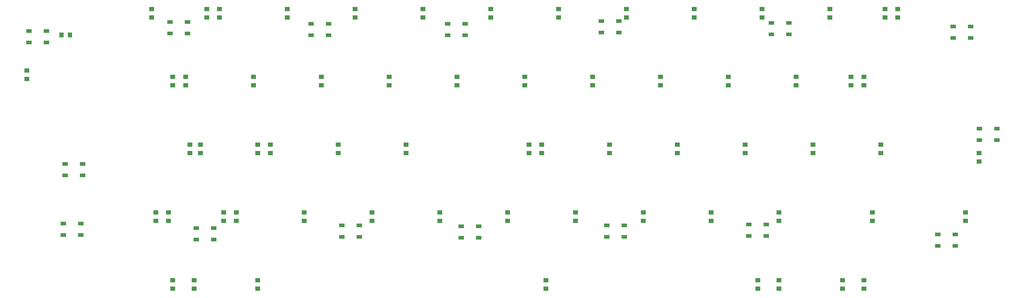
<source format=gbr>
%TF.GenerationSoftware,KiCad,Pcbnew,(6.0.7-1)-1*%
%TF.CreationDate,2022-08-16T17:16:20+02:00*%
%TF.ProjectId,plain60-flex-edition,706c6169-6e36-4302-9d66-6c65782d6564,rev?*%
%TF.SameCoordinates,Original*%
%TF.FileFunction,Paste,Bot*%
%TF.FilePolarity,Positive*%
%FSLAX46Y46*%
G04 Gerber Fmt 4.6, Leading zero omitted, Abs format (unit mm)*
G04 Created by KiCad (PCBNEW (6.0.7-1)-1) date 2022-08-16 17:16:20*
%MOMM*%
%LPD*%
G01*
G04 APERTURE LIST*
%ADD10R,1.500000X1.000000*%
%ADD11R,1.400000X1.200000*%
%ADD12R,1.200000X1.400000*%
G04 APERTURE END LIST*
D10*
%TO.C,LED16*%
X20493287Y-53042061D03*
X20493287Y-56242061D03*
X15593287Y-56242061D03*
X15593287Y-53042061D03*
%TD*%
%TO.C,LED15*%
X19985287Y-69806061D03*
X19985287Y-73006061D03*
X15085287Y-73006061D03*
X15085287Y-69806061D03*
%TD*%
%TO.C,LED14*%
X52423287Y-74276061D03*
X52423287Y-71076061D03*
X57323287Y-71076061D03*
X57323287Y-74276061D03*
%TD*%
%TO.C,LED13*%
X93317287Y-73514061D03*
X93317287Y-70314061D03*
X98217287Y-70314061D03*
X98217287Y-73514061D03*
%TD*%
%TO.C,LED12*%
X131745287Y-73768061D03*
X131745287Y-70568061D03*
X126845287Y-70568061D03*
X126845287Y-73768061D03*
%TD*%
%TO.C,LED11*%
X167739287Y-73514061D03*
X167739287Y-70314061D03*
X172639287Y-70314061D03*
X172639287Y-73514061D03*
%TD*%
%TO.C,LED10*%
X207617287Y-73260061D03*
X207617287Y-70060061D03*
X212517287Y-70060061D03*
X212517287Y-73260061D03*
%TD*%
%TO.C,LED9*%
X260703287Y-76054061D03*
X260703287Y-72854061D03*
X265603287Y-72854061D03*
X265603287Y-76054061D03*
%TD*%
%TO.C,LED8*%
X277287287Y-43136061D03*
X277287287Y-46336061D03*
X272387287Y-46336061D03*
X272387287Y-43136061D03*
%TD*%
%TO.C,LED7*%
X269921287Y-14434061D03*
X269921287Y-17634061D03*
X265021287Y-17634061D03*
X265021287Y-14434061D03*
%TD*%
%TO.C,LED6*%
X218867287Y-13418061D03*
X218867287Y-16618061D03*
X213967287Y-16618061D03*
X213967287Y-13418061D03*
%TD*%
%TO.C,LED5*%
X171115287Y-12910061D03*
X171115287Y-16110061D03*
X166215287Y-16110061D03*
X166215287Y-12910061D03*
%TD*%
%TO.C,LED4*%
X127935287Y-13672061D03*
X127935287Y-16872061D03*
X123035287Y-16872061D03*
X123035287Y-13672061D03*
%TD*%
%TO.C,LED3*%
X89581287Y-13672061D03*
X89581287Y-16872061D03*
X84681287Y-16872061D03*
X84681287Y-13672061D03*
%TD*%
%TO.C,LED2*%
X49957287Y-13164061D03*
X49957287Y-16364061D03*
X45057287Y-16364061D03*
X45057287Y-13164061D03*
%TD*%
%TO.C,LED1*%
X10333287Y-15704061D03*
X10333287Y-18904061D03*
X5433287Y-18904061D03*
X5433287Y-15704061D03*
%TD*%
D11*
%TO.C,D73*%
X239911139Y-88115698D03*
X239911139Y-85715698D03*
%TD*%
%TO.C,D72*%
X216098619Y-88115698D03*
X216098619Y-85715698D03*
%TD*%
%TO.C,D71*%
X210145489Y-88115698D03*
X210145489Y-85715698D03*
%TD*%
%TO.C,D67*%
X150614189Y-88115698D03*
X150614189Y-85715698D03*
%TD*%
%TO.C,D63*%
X69651621Y-88115698D03*
X69651621Y-85715698D03*
%TD*%
%TO.C,D59*%
X268486163Y-69065682D03*
X268486163Y-66665682D03*
%TD*%
%TO.C,D58*%
X242292391Y-69065682D03*
X242292391Y-66665682D03*
%TD*%
%TO.C,D57*%
X216098619Y-69065682D03*
X216098619Y-66665682D03*
%TD*%
%TO.C,D56*%
X197048603Y-69065682D03*
X197048603Y-66665682D03*
%TD*%
%TO.C,D53*%
X139898555Y-69065682D03*
X139898555Y-66665682D03*
%TD*%
%TO.C,D51*%
X101798523Y-69065682D03*
X101798523Y-66665682D03*
%TD*%
%TO.C,D50*%
X82748507Y-69065682D03*
X82748507Y-66665682D03*
%TD*%
%TO.C,D27*%
X220861123Y-30965650D03*
X220861123Y-28565650D03*
%TD*%
%TO.C,D42*%
X225623627Y-50015666D03*
X225623627Y-47615666D03*
%TD*%
%TO.C,D18*%
X49410979Y-30965650D03*
X49410979Y-28565650D03*
%TD*%
%TO.C,D25*%
X182761091Y-30965650D03*
X182761091Y-28565650D03*
%TD*%
%TO.C,D41*%
X206573611Y-50015666D03*
X206573611Y-47615666D03*
%TD*%
%TO.C,D36*%
X111323531Y-50015666D03*
X111323531Y-47615666D03*
%TD*%
%TO.C,D31*%
X53578170Y-50015666D03*
X53578170Y-47615666D03*
%TD*%
%TO.C,D40*%
X187523595Y-50015666D03*
X187523595Y-47615666D03*
%TD*%
%TO.C,D37*%
X145851685Y-50015666D03*
X145851685Y-47615666D03*
%TD*%
%TO.C,D32*%
X50601605Y-50015666D03*
X50601605Y-47615666D03*
%TD*%
%TO.C,D34*%
X73223499Y-50015666D03*
X73223499Y-47615666D03*
%TD*%
%TO.C,D21*%
X106561027Y-30965650D03*
X106561027Y-28565650D03*
%TD*%
%TO.C,D26*%
X201811107Y-30965650D03*
X201811107Y-28565650D03*
%TD*%
%TO.C,D22*%
X125611043Y-30965650D03*
X125611043Y-28565650D03*
%TD*%
%TO.C,D24*%
X163711075Y-30965650D03*
X163711075Y-28565650D03*
%TD*%
%TO.C,D43*%
X244673643Y-50015666D03*
X244673643Y-47615666D03*
%TD*%
%TO.C,D38*%
X149423563Y-50015666D03*
X149423563Y-47615666D03*
%TD*%
%TO.C,D35*%
X92273515Y-50015666D03*
X92273515Y-47615666D03*
%TD*%
%TO.C,D48*%
X60126613Y-69065682D03*
X60126613Y-66665682D03*
%TD*%
%TO.C,D54*%
X158948571Y-69065682D03*
X158948571Y-66665682D03*
%TD*%
%TO.C,D44*%
X272297287Y-52356061D03*
X272297287Y-49956061D03*
%TD*%
%TO.C,D62*%
X51792231Y-88115698D03*
X51792231Y-85715698D03*
%TD*%
%TO.C,D39*%
X168473579Y-50015666D03*
X168473579Y-47615666D03*
%TD*%
%TO.C,D20*%
X87511011Y-30965650D03*
X87511011Y-28565650D03*
%TD*%
%TO.C,D28*%
X239911139Y-30965650D03*
X239911139Y-28565650D03*
%TD*%
%TO.C,D33*%
X69651621Y-50015666D03*
X69651621Y-47615666D03*
%TD*%
%TO.C,D23*%
X144661059Y-30965650D03*
X144661059Y-28565650D03*
%TD*%
%TO.C,D55*%
X177998587Y-69065682D03*
X177998587Y-66665682D03*
%TD*%
%TO.C,D52*%
X120848539Y-69065682D03*
X120848539Y-66665682D03*
%TD*%
%TO.C,D19*%
X68460995Y-30965650D03*
X68460995Y-28565650D03*
%TD*%
%TO.C,D10*%
X173236083Y-11915634D03*
X173236083Y-9515634D03*
%TD*%
%TO.C,D14*%
X249436147Y-11915634D03*
X249436147Y-9515634D03*
%TD*%
%TO.C,D9*%
X154186067Y-11915634D03*
X154186067Y-9515634D03*
%TD*%
%TO.C,D13*%
X230386131Y-11915634D03*
X230386131Y-9515634D03*
%TD*%
%TO.C,D11*%
X192286099Y-11915634D03*
X192286099Y-9515634D03*
%TD*%
%TO.C,D15*%
X245864269Y-11915634D03*
X245864269Y-9515634D03*
%TD*%
%TO.C,D17*%
X45839101Y-30965650D03*
X45839101Y-28565650D03*
%TD*%
%TO.C,D16*%
X4835287Y-29172061D03*
X4835287Y-26772061D03*
%TD*%
%TO.C,D12*%
X211336115Y-11915634D03*
X211336115Y-9515634D03*
%TD*%
%TO.C,D7*%
X116086035Y-11915634D03*
X116086035Y-9515634D03*
%TD*%
%TO.C,D3*%
X55364109Y-11915634D03*
X55364109Y-9515634D03*
%TD*%
%TO.C,D5*%
X77986003Y-11915634D03*
X77986003Y-9515634D03*
%TD*%
%TO.C,D8*%
X135136051Y-11915634D03*
X135136051Y-9515634D03*
%TD*%
%TO.C,D6*%
X97036019Y-11915634D03*
X97036019Y-9515634D03*
%TD*%
%TO.C,D4*%
X58935987Y-11915634D03*
X58935987Y-9515634D03*
%TD*%
%TO.C,D74*%
X233958009Y-88115698D03*
X233958009Y-85715698D03*
%TD*%
%TO.C,D49*%
X63698491Y-69065682D03*
X63698491Y-66665682D03*
%TD*%
%TO.C,D46*%
X41076597Y-69065682D03*
X41076597Y-66665682D03*
%TD*%
%TO.C,D29*%
X236339261Y-30965650D03*
X236339261Y-28565650D03*
%TD*%
D12*
%TO.C,D1*%
X16957287Y-16796061D03*
X14557287Y-16796061D03*
%TD*%
D11*
%TO.C,D47*%
X44648475Y-69065682D03*
X44648475Y-66665682D03*
%TD*%
%TO.C,D2*%
X39885971Y-11915634D03*
X39885971Y-9515634D03*
%TD*%
%TO.C,D61*%
X45839101Y-88115698D03*
X45839101Y-85715698D03*
%TD*%
M02*

</source>
